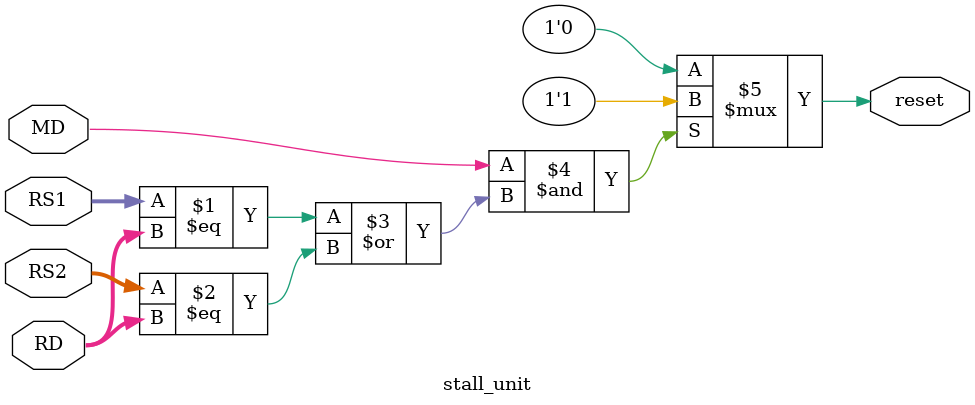
<source format=v>
module stall_unit (
    input [4:0] RD,RS1,RS2,
    input MD,
    output reset
);
    assign reset = (MD&((RS1==RD)|(RS2==RD))) ? 1'b1 : 1'b0;
endmodule
</source>
